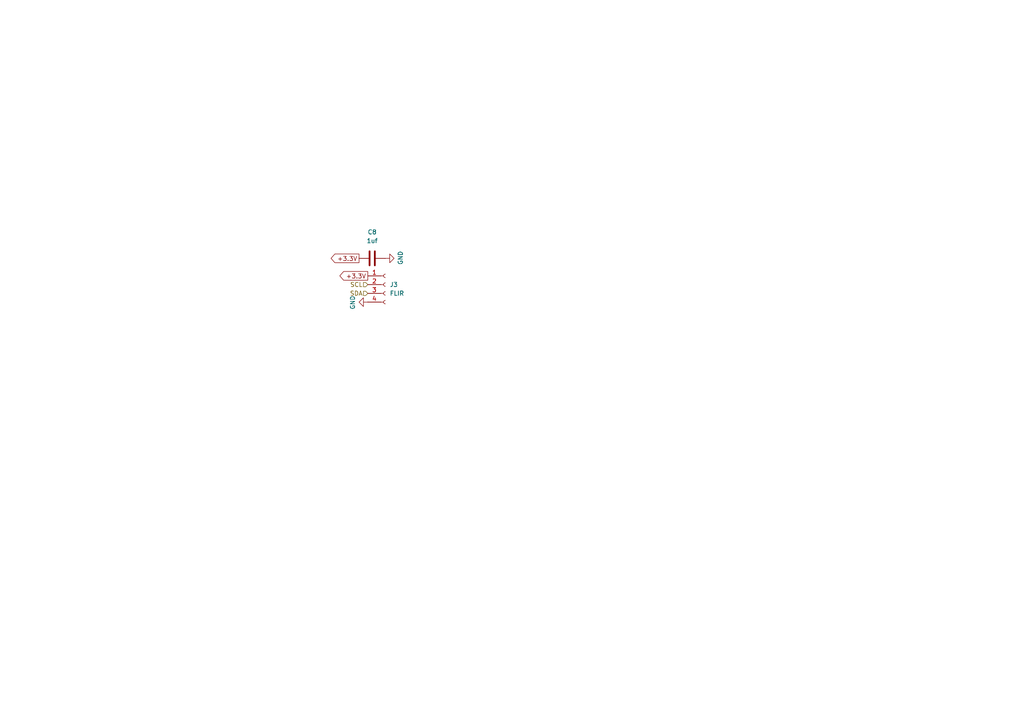
<source format=kicad_sch>
(kicad_sch (version 20250114) (generator "eeschema") (generator_version "9.0")
  (paper "A4")
  (lib_symbols
    (symbol "Connector:Conn_01x04_Socket" (pin_names (offset 1.016) (hide yes))
      (property "Reference" "J" (at 0 5.08 0))
      (property "Value" "Conn_01x04_Socket" (at 0 -7.62 0))
      (symbol "Conn_01x04_Socket_1_1"
        (polyline (pts (xy -1.27 2.54) (xy -0.508 2.54)) (stroke (width 0.1524)))
        (polyline (pts (xy -1.27 0) (xy -0.508 0)) (stroke (width 0.1524)))
        (polyline (pts (xy -1.27 -2.54) (xy -0.508 -2.54)) (stroke (width 0.1524)))
        (polyline (pts (xy -1.27 -5.08) (xy -0.508 -5.08)) (stroke (width 0.1524)))
        (arc (start 0 2.032) (mid -0.5058 2.54) (end 0 3.048) (stroke (width 0.1524)))
        (arc (start 0 -0.508) (mid -0.5058 0) (end 0 0.508) (stroke (width 0.1524)))
        (arc (start 0 -3.048) (mid -0.5058 -2.54) (end 0 -2.032) (stroke (width 0.1524)))
        (arc (start 0 -5.588) (mid -0.5058 -5.08) (end 0 -4.572) (stroke (width 0.1524)))
        (pin passive line (at -5.08 2.54 0) (length 3.81) (name "Pin_1") (number "1"))
        (pin passive line (at -5.08 0 0) (length 3.81) (name "Pin_2") (number "2"))
        (pin passive line (at -5.08 -2.54 0) (length 3.81) (name "Pin_3") (number "3"))
        (pin passive line (at -5.08 -5.08 0) (length 3.81) (name "Pin_4") (number "4"))
      )
    )
    (symbol "Device:C" (pin_numbers (hide yes)) (pin_names (offset 0.254))
      (property "Reference" "C" (at 0.635 2.54 0))
      (property "Value" "C" (at 0.635 -2.54 0))
      (symbol "C_0_1"
        (polyline (pts (xy -2.032 0.762) (xy 2.032 0.762)) (stroke (width 0.508)))
        (polyline (pts (xy -2.032 -0.762) (xy 2.032 -0.762)) (stroke (width 0.508)))
      )
      (symbol "C_1_1"
        (pin passive line (at 0 3.81 270) (length 2.794) (name "~") (number "1"))
        (pin passive line (at 0 -3.81 90) (length 2.794) (name "~") (number "2"))
      )
    )
    (symbol "power:GND" (power) (pin_numbers (hide yes)) (pin_names (offset 0) (hide yes))
      (property "Value" "GND" (at 0 -3.81 0))
      (symbol "GND_0_1"
        (polyline (pts (xy 0 0) (xy 0 -1.27) (xy 1.27 -1.27) (xy 0 -2.54) (xy -1.27 -1.27) (xy 0 -1.27)))
      )
      (symbol "GND_1_1"
        (pin power_in line (at 0 0 270) (length 0) (name "~") (number "1"))
      )
    )
  )
  (global_label "+3.3V" (shape output) (at 104.14 74.93 180) (property "Intersheetrefs" "${INTERSHEET_REFS}" (effects (hide yes))))
  (global_label "+3.3V" (shape output) (at 106.68 80.01 180) (property "Intersheetrefs" "${INTERSHEET_REFS}" (effects (hide yes))))
  (hierarchical_label "SDA" (shape input) (at 106.68 85.09 180))
  (hierarchical_label "SCL" (shape input) (at 106.68 82.55 180))
  (symbol (lib_id "Connector:Conn_01x04_Socket") (at 111.76 82.55 0) (unit 1)
    (property "Reference" "J3" (at 113.03 82.5499 0) (effects (justify left)))
    (property "Value" "FLIR" (at 113.03 85.0899 0) (effects (justify left)))
    (property "Footprint" "Connector_JST:JST_PH_B4B-PH-K_1x04_P2.00mm_Vertical" (effects (hide yes)))
    (property "Description" "Generic connector, single row, 01x04, script generated" (effects (hide yes)))
  )
  (symbol (lib_id "power:GND") (at 111.76 74.93 90) (unit 1)
    (property "Reference" "#PWR014" (effects (hide yes)))
    (property "Value" "GND" (at 116.1542 74.803 0))
    (property "Description" "Power symbol creates a global label with name \"GND\" , ground" (effects (hide yes)))
  )
  (symbol (lib_id "Device:C") (at 107.95 74.93 90) (unit 1)
    (property "Reference" "C8" (at 107.95 67.31 90))
    (property "Value" "1uf" (at 107.95 69.85 90))
    (property "Footprint" "Capacitor_SMD:C_0805_2012Metric" (effects (hide yes)))
    (property "Description" "Unpolarized capacitor" (effects (hide yes)))
  )
  (symbol (lib_id "power:GND") (at 106.68 87.63 270) (unit 1)
    (property "Reference" "#PWR015" (effects (hide yes)))
    (property "Value" "GND" (at 102.2858 87.757 0))
    (property "Description" "Power symbol creates a global label with name \"GND\" , ground" (effects (hide yes)))
  )
)
</source>
